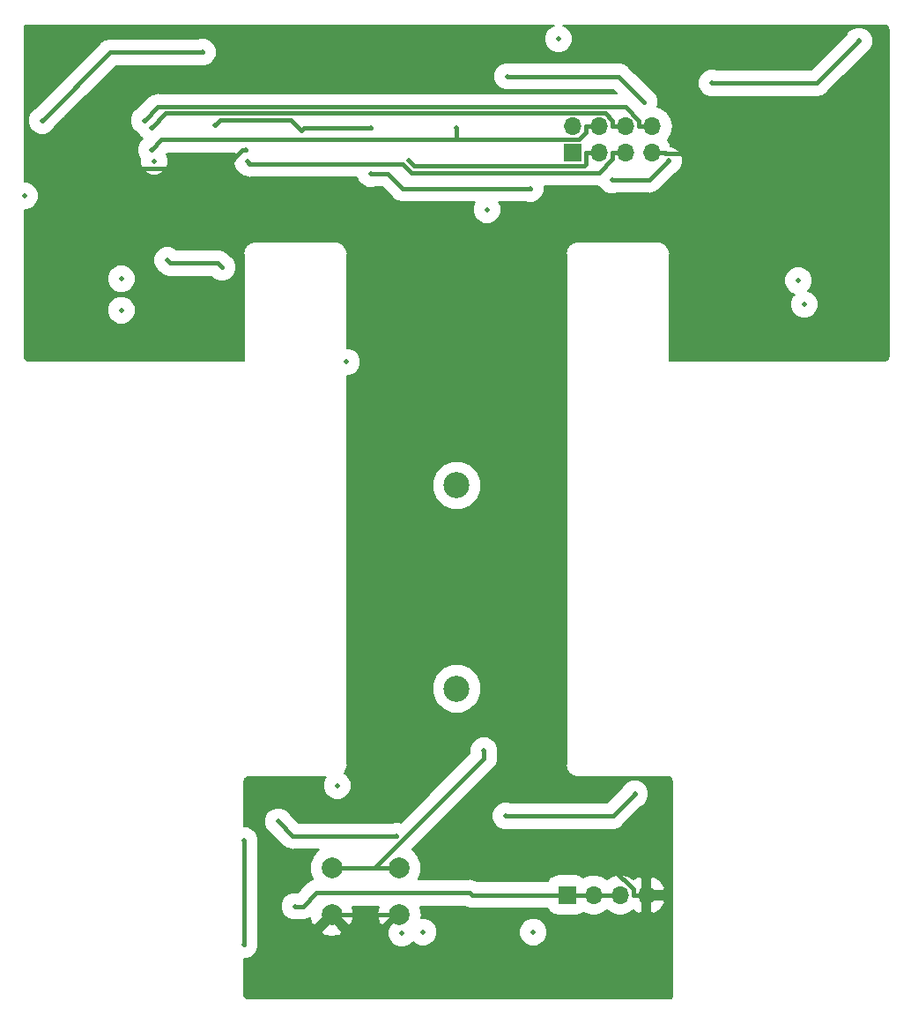
<source format=gbr>
G04 #@! TF.GenerationSoftware,KiCad,Pcbnew,(5.0.0)*
G04 #@! TF.CreationDate,2020-02-18T19:39:13-05:00*
G04 #@! TF.ProjectId,WS2812B Tiny T,575332383132422054696E7920542E6B,rev?*
G04 #@! TF.SameCoordinates,Original*
G04 #@! TF.FileFunction,Copper,L2,Bot,Signal*
G04 #@! TF.FilePolarity,Positive*
%FSLAX46Y46*%
G04 Gerber Fmt 4.6, Leading zero omitted, Abs format (unit mm)*
G04 Created by KiCad (PCBNEW (5.0.0)) date 02/18/20 19:39:13*
%MOMM*%
%LPD*%
G01*
G04 APERTURE LIST*
G04 #@! TA.AperFunction,ComponentPad*
%ADD10C,2.500000*%
G04 #@! TD*
G04 #@! TA.AperFunction,ComponentPad*
%ADD11O,1.700000X1.700000*%
G04 #@! TD*
G04 #@! TA.AperFunction,ComponentPad*
%ADD12R,1.700000X1.700000*%
G04 #@! TD*
G04 #@! TA.AperFunction,ComponentPad*
%ADD13C,2.000000*%
G04 #@! TD*
G04 #@! TA.AperFunction,ViaPad*
%ADD14C,0.500000*%
G04 #@! TD*
G04 #@! TA.AperFunction,Conductor*
%ADD15C,0.400000*%
G04 #@! TD*
G04 #@! TA.AperFunction,Conductor*
%ADD16C,0.200000*%
G04 #@! TD*
G04 APERTURE END LIST*
D10*
G04 #@! TO.P,J1,1*
G04 #@! TO.N,V-Switch*
X127512000Y-121412000D03*
G04 #@! TO.P,J1,2*
G04 #@! TO.N,+BATT*
X127512000Y-101912000D03*
G04 #@! TD*
D11*
G04 #@! TO.P,J2,4*
G04 #@! TO.N,GND*
X145732000Y-141222500D03*
G04 #@! TO.P,J2,3*
G04 #@! TO.N,V-Switch*
X143192000Y-141222500D03*
G04 #@! TO.P,J2,2*
X140652000Y-141222500D03*
D12*
G04 #@! TO.P,J2,1*
X138112000Y-141222500D03*
G04 #@! TD*
D13*
G04 #@! TO.P,SW1,1*
G04 #@! TO.N,BTN*
X122000000Y-138622500D03*
G04 #@! TO.P,SW1,2*
G04 #@! TO.N,GND*
X122000000Y-143122500D03*
G04 #@! TO.P,SW1,1*
G04 #@! TO.N,BTN*
X115500000Y-138622500D03*
G04 #@! TO.P,SW1,2*
G04 #@! TO.N,GND*
X115500000Y-143122500D03*
G04 #@! TD*
D11*
G04 #@! TO.P,J3,8*
G04 #@! TO.N,PB0*
X146300000Y-67453500D03*
G04 #@! TO.P,J3,7*
G04 #@! TO.N,GND*
X146300000Y-69993500D03*
G04 #@! TO.P,J3,6*
G04 #@! TO.N,DIN*
X143760000Y-67453500D03*
G04 #@! TO.P,J3,5*
G04 #@! TO.N,PB4*
X143760000Y-69993500D03*
G04 #@! TO.P,J3,4*
G04 #@! TO.N,BTN*
X141220000Y-67453500D03*
G04 #@! TO.P,J3,3*
G04 #@! TO.N,PB3*
X141220000Y-69993500D03*
G04 #@! TO.P,J3,2*
G04 #@! TO.N,+5V*
X138680000Y-67453500D03*
D12*
G04 #@! TO.P,J3,1*
G04 #@! TO.N,RST*
X138680000Y-69993500D03*
G04 #@! TD*
D14*
G04 #@! TO.N,GND*
X116225100Y-78067800D03*
X121955500Y-77972000D03*
X134531300Y-138692800D03*
X152047700Y-70009700D03*
X107251500Y-69723000D03*
X92011500Y-72707500D03*
X95707000Y-62242500D03*
X112585500Y-67818000D03*
X104267000Y-67310000D03*
X119253000Y-67564000D03*
X127800000Y-110100000D03*
X149000000Y-62000000D03*
X95600000Y-74700000D03*
X128800000Y-77300000D03*
G04 #@! TO.N,+5V*
X147889500Y-70724800D03*
X142424800Y-72576000D03*
X160326200Y-82232500D03*
X130401700Y-75425300D03*
X98440400Y-70777100D03*
X134874000Y-144770800D03*
X124268700Y-144767300D03*
X122237700Y-144907100D03*
X95270000Y-85077300D03*
X95270000Y-82080100D03*
X160906300Y-84518500D03*
X116931700Y-90055700D03*
X85951700Y-74104500D03*
X116027200Y-130712100D03*
X137273400Y-59042500D03*
X107101700Y-146000000D03*
X107101700Y-136000000D03*
G04 #@! TO.N,DIN*
X98179100Y-67549200D03*
G04 #@! TO.N,Net-(U4-Pad2)*
X103067500Y-60337300D03*
X87676300Y-66875700D03*
G04 #@! TO.N,Net-(U8-Pad2)*
X132397900Y-62628200D03*
X145535500Y-65088700D03*
G04 #@! TO.N,Net-(U10-Pad2)*
X166160800Y-59240000D03*
X152047700Y-63300500D03*
G04 #@! TO.N,Net-(U24-Pad2)*
X144618900Y-131522200D03*
X132217200Y-133637400D03*
G04 #@! TO.N,Net-(U30-Pad2)*
X121751400Y-135565400D03*
X110356800Y-134167800D03*
G04 #@! TO.N,BTN*
X130128100Y-127357400D03*
X127509500Y-67577200D03*
X98179100Y-69678300D03*
G04 #@! TO.N,Net-(U39-Pad2)*
X99720400Y-80302100D03*
X104952800Y-80962500D03*
G04 #@! TO.N,PB3*
X122938600Y-70749800D03*
G04 #@! TO.N,PB4*
X107378500Y-70802500D03*
G04 #@! TO.N,PB0*
X97498000Y-66864000D03*
G04 #@! TO.N,RST*
X119227600Y-71970900D03*
X134569200Y-73393300D03*
G04 #@! TO.N,V-Switch*
X111950000Y-142300000D03*
G04 #@! TD*
D15*
G04 #@! TO.N,GND*
X121955500Y-77972000D02*
X116320900Y-77972000D01*
X116320900Y-77972000D02*
X116225100Y-78067800D01*
X145732000Y-141222500D02*
X144471700Y-141222500D01*
X144471700Y-141222500D02*
X144471700Y-140671100D01*
X144471700Y-140671100D02*
X142493400Y-138692800D01*
X142493400Y-138692800D02*
X134531300Y-138692800D01*
X146300000Y-69993500D02*
X147560300Y-69993500D01*
X152047700Y-70009700D02*
X147576500Y-70009700D01*
X147576500Y-70009700D02*
X147560300Y-69993500D01*
X107251500Y-69723000D02*
X106897947Y-69723000D01*
X106897947Y-69723000D02*
X105183846Y-71437101D01*
X94043101Y-71437101D02*
X93281899Y-71437101D01*
X93281899Y-71437101D02*
X92011500Y-72707500D01*
X95707000Y-71386101D02*
X95758000Y-71437101D01*
X95707000Y-62242500D02*
X95707000Y-71386101D01*
X105183846Y-71437101D02*
X95758000Y-71437101D01*
X95758000Y-71437101D02*
X94043101Y-71437101D01*
X111552410Y-66784910D02*
X104792090Y-66784910D01*
X112585500Y-67818000D02*
X111552410Y-66784910D01*
X104792090Y-66784910D02*
X104267000Y-67310000D01*
X112839500Y-67564000D02*
X112585500Y-67818000D01*
X119253000Y-67564000D02*
X112839500Y-67564000D01*
X116914213Y-143122500D02*
X122000000Y-143122500D01*
X115500000Y-143122500D02*
X116914213Y-143122500D01*
G04 #@! TO.N,+5V*
X142424800Y-72576000D02*
X146038300Y-72576000D01*
X146038300Y-72576000D02*
X147889500Y-70724800D01*
X107101700Y-146000000D02*
X107101700Y-136000000D01*
G04 #@! TO.N,DIN*
X143760000Y-67453500D02*
X142499700Y-67453500D01*
X98179100Y-67549200D02*
X99553400Y-66174900D01*
X99553400Y-66174900D02*
X141743400Y-66174900D01*
X141743400Y-66174900D02*
X142499700Y-66931200D01*
X142499700Y-66931200D02*
X142499700Y-67453500D01*
G04 #@! TO.N,Net-(U4-Pad2)*
X87676300Y-66875700D02*
X94214700Y-60337300D01*
X94214700Y-60337300D02*
X103067500Y-60337300D01*
G04 #@! TO.N,Net-(U8-Pad2)*
X145535500Y-65088700D02*
X143075000Y-62628200D01*
X143075000Y-62628200D02*
X132397900Y-62628200D01*
G04 #@! TO.N,Net-(U10-Pad2)*
X152047700Y-63300500D02*
X162100300Y-63300500D01*
X162100300Y-63300500D02*
X166160800Y-59240000D01*
G04 #@! TO.N,Net-(U24-Pad2)*
X132217200Y-133637400D02*
X142503700Y-133637400D01*
X142503700Y-133637400D02*
X144618900Y-131522200D01*
G04 #@! TO.N,Net-(U30-Pad2)*
X110356800Y-134167800D02*
X111754400Y-135565400D01*
X111754400Y-135565400D02*
X121751400Y-135565400D01*
G04 #@! TO.N,BTN*
X119212000Y-138622500D02*
X119628100Y-138622500D01*
X119628100Y-138622500D02*
X130128100Y-128122500D01*
X130128100Y-128122500D02*
X130128100Y-127357400D01*
X127509500Y-68713800D02*
X99143600Y-68713800D01*
X99143600Y-68713800D02*
X98179100Y-69678300D01*
X139959700Y-67453500D02*
X139959700Y-68005000D01*
X139959700Y-68005000D02*
X139250900Y-68713800D01*
X139250900Y-68713800D02*
X127509500Y-68713800D01*
X127509500Y-68713800D02*
X127509500Y-67577200D01*
X141220000Y-67453500D02*
X139959700Y-67453500D01*
X122000000Y-138622500D02*
X115500000Y-138622500D01*
G04 #@! TO.N,Net-(U39-Pad2)*
X99970399Y-80552099D02*
X101341999Y-80552099D01*
X99720400Y-80302100D02*
X99970399Y-80552099D01*
X101341999Y-80552099D02*
X101346000Y-80556100D01*
X101346000Y-80556100D02*
X104546400Y-80556100D01*
X104546400Y-80556100D02*
X104952800Y-80962500D01*
G04 #@! TO.N,PB3*
X141220000Y-69993500D02*
X139959700Y-69993500D01*
X122938600Y-70749800D02*
X123442700Y-71253900D01*
X123442700Y-71253900D02*
X139775100Y-71253900D01*
X139775100Y-71253900D02*
X139959700Y-71069300D01*
X139959700Y-71069300D02*
X139959700Y-69993500D01*
G04 #@! TO.N,PB4*
X143760000Y-69993500D02*
X142499700Y-69993500D01*
X142499700Y-69993500D02*
X142499700Y-70544900D01*
X142499700Y-70544900D02*
X141158500Y-71886100D01*
X141158500Y-71886100D02*
X123124600Y-71886100D01*
X123124600Y-71886100D02*
X122278200Y-71039700D01*
X122278200Y-71039700D02*
X107615700Y-71039700D01*
X107615700Y-71039700D02*
X107378500Y-70802500D01*
G04 #@! TO.N,PB0*
X97498000Y-66864000D02*
X98799900Y-65562100D01*
X98799900Y-65562100D02*
X143699700Y-65562100D01*
X143699700Y-65562100D02*
X145039700Y-66902100D01*
X145039700Y-66902100D02*
X145039700Y-67453500D01*
X146300000Y-67453500D02*
X145039700Y-67453500D01*
G04 #@! TO.N,RST*
X119227600Y-71970900D02*
X120904000Y-71970900D01*
X120904000Y-71970900D02*
X122326400Y-73393300D01*
X122326400Y-73393300D02*
X134569200Y-73393300D01*
G04 #@! TO.N,V-Switch*
X140652000Y-141222500D02*
X143192000Y-141222500D01*
X138112000Y-141222500D02*
X140652000Y-141222500D01*
X111950000Y-142300000D02*
X112700000Y-142300000D01*
X112700000Y-142300000D02*
X114000000Y-141000000D01*
X114000000Y-141000000D02*
X128750000Y-141000000D01*
X128972500Y-141222500D02*
X138112000Y-141222500D01*
X128750000Y-141000000D02*
X128972500Y-141222500D01*
G04 #@! TD*
D16*
G04 #@! TO.N,GND*
G36*
X136508686Y-57898025D02*
X136128925Y-58277786D01*
X135923400Y-58773968D01*
X135923400Y-59311032D01*
X136128925Y-59807214D01*
X136508686Y-60186975D01*
X137004868Y-60392500D01*
X137541932Y-60392500D01*
X138038114Y-60186975D01*
X138417875Y-59807214D01*
X138623400Y-59311032D01*
X138623400Y-58773968D01*
X138417875Y-58277786D01*
X138038114Y-57898025D01*
X137689199Y-57753500D01*
X168558883Y-57753500D01*
X168763810Y-57787609D01*
X168859996Y-57839509D01*
X168934186Y-57919767D01*
X168987935Y-58041345D01*
X169005000Y-58176426D01*
X169005001Y-89501378D01*
X168970891Y-89706310D01*
X168918991Y-89802497D01*
X168838734Y-89876685D01*
X168717155Y-89930435D01*
X168582074Y-89947500D01*
X147987000Y-89947500D01*
X147987000Y-81963968D01*
X158976200Y-81963968D01*
X158976200Y-82501032D01*
X159181725Y-82997214D01*
X159561486Y-83376975D01*
X159969593Y-83546018D01*
X159761825Y-83753786D01*
X159556300Y-84249968D01*
X159556300Y-84787032D01*
X159761825Y-85283214D01*
X160141586Y-85662975D01*
X160637768Y-85868500D01*
X161174832Y-85868500D01*
X161671014Y-85662975D01*
X162050775Y-85283214D01*
X162256300Y-84787032D01*
X162256300Y-84249968D01*
X162050775Y-83753786D01*
X161671014Y-83374025D01*
X161262907Y-83204982D01*
X161470675Y-82997214D01*
X161676200Y-82501032D01*
X161676200Y-81963968D01*
X161470675Y-81467786D01*
X161090914Y-81088025D01*
X160594732Y-80882500D01*
X160057668Y-80882500D01*
X159561486Y-81088025D01*
X159181725Y-81467786D01*
X158976200Y-81963968D01*
X147987000Y-81963968D01*
X147987000Y-79808224D01*
X148010019Y-79692500D01*
X147918825Y-79234038D01*
X147659127Y-78845373D01*
X147270462Y-78585675D01*
X146927724Y-78517500D01*
X146812000Y-78494481D01*
X146696276Y-78517500D01*
X139307724Y-78517500D01*
X139192000Y-78494481D01*
X139076276Y-78517500D01*
X138733538Y-78585675D01*
X138344873Y-78845373D01*
X138085175Y-79234038D01*
X137993981Y-79692500D01*
X138017000Y-79808224D01*
X138017001Y-128598771D01*
X137993981Y-128714500D01*
X138085175Y-129172962D01*
X138344873Y-129561627D01*
X138733538Y-129821325D01*
X139076276Y-129889500D01*
X139192000Y-129912519D01*
X139307724Y-129889500D01*
X147730883Y-129889500D01*
X147935810Y-129923609D01*
X148031996Y-129975509D01*
X148106186Y-130055767D01*
X148159935Y-130177345D01*
X148177000Y-130312426D01*
X148177001Y-150963697D01*
X148154238Y-151092792D01*
X148140890Y-151115912D01*
X148120436Y-151133074D01*
X148046021Y-151160159D01*
X148030697Y-151161500D01*
X107539116Y-151161500D01*
X107334190Y-151127391D01*
X107238003Y-151075491D01*
X107163815Y-150995234D01*
X107110065Y-150873655D01*
X107093000Y-150738574D01*
X107093000Y-147350000D01*
X107370232Y-147350000D01*
X107866414Y-147144475D01*
X108246175Y-146764714D01*
X108451700Y-146268532D01*
X108451700Y-145731468D01*
X108401700Y-145610757D01*
X108401700Y-144694234D01*
X114493951Y-144694234D01*
X114587233Y-145059338D01*
X115397909Y-145261206D01*
X116224128Y-145137475D01*
X116412767Y-145059338D01*
X116506049Y-144694234D01*
X115500000Y-143688185D01*
X114493951Y-144694234D01*
X108401700Y-144694234D01*
X108401700Y-136389243D01*
X108451700Y-136268532D01*
X108451700Y-135731468D01*
X108246175Y-135235286D01*
X107866414Y-134855525D01*
X107370232Y-134650000D01*
X107093000Y-134650000D01*
X107093000Y-133899268D01*
X109006800Y-133899268D01*
X109006800Y-134436332D01*
X109212325Y-134932514D01*
X109592086Y-135312275D01*
X109712800Y-135362276D01*
X110744626Y-136394102D01*
X110817153Y-136502647D01*
X111247165Y-136789973D01*
X111626363Y-136865400D01*
X111626367Y-136865400D01*
X111754400Y-136890867D01*
X111882433Y-136865400D01*
X114287252Y-136865400D01*
X113719706Y-137432946D01*
X113400000Y-138204784D01*
X113400000Y-139040216D01*
X113688415Y-139736510D01*
X113492765Y-139775427D01*
X113062753Y-140062753D01*
X112990226Y-140171298D01*
X112211524Y-140950000D01*
X111681468Y-140950000D01*
X111185286Y-141155525D01*
X110805525Y-141535286D01*
X110600000Y-142031468D01*
X110600000Y-142568532D01*
X110805525Y-143064714D01*
X111185286Y-143444475D01*
X111681468Y-143650000D01*
X112218532Y-143650000D01*
X112339243Y-143600000D01*
X112571967Y-143600000D01*
X112700000Y-143625467D01*
X112828033Y-143600000D01*
X112828037Y-143600000D01*
X113207235Y-143524573D01*
X113415914Y-143385137D01*
X113485025Y-143846628D01*
X113563162Y-144035267D01*
X113928266Y-144128549D01*
X114934315Y-143122500D01*
X114920173Y-143108358D01*
X115485858Y-142542673D01*
X115500000Y-142556815D01*
X115514143Y-142542673D01*
X116079828Y-143108358D01*
X116065685Y-143122500D01*
X117071734Y-144128549D01*
X117436838Y-144035267D01*
X117638706Y-143224591D01*
X117514975Y-142398372D01*
X117474228Y-142300000D01*
X120040684Y-142300000D01*
X119861294Y-143020409D01*
X119985025Y-143846628D01*
X120063162Y-144035267D01*
X120428266Y-144128549D01*
X121434315Y-143122500D01*
X121420173Y-143108358D01*
X121985858Y-142542673D01*
X122000000Y-142556815D01*
X122014143Y-142542673D01*
X122579828Y-143108358D01*
X122565685Y-143122500D01*
X122579828Y-143136643D01*
X122159370Y-143557100D01*
X121969168Y-143557100D01*
X121472986Y-143762625D01*
X121093225Y-144142386D01*
X120887700Y-144638568D01*
X120887700Y-145175632D01*
X121093225Y-145671814D01*
X121472986Y-146051575D01*
X121969168Y-146257100D01*
X122506232Y-146257100D01*
X123002414Y-146051575D01*
X123323100Y-145730889D01*
X123503986Y-145911775D01*
X124000168Y-146117300D01*
X124537232Y-146117300D01*
X125033414Y-145911775D01*
X125413175Y-145532014D01*
X125618700Y-145035832D01*
X125618700Y-144502268D01*
X133524000Y-144502268D01*
X133524000Y-145039332D01*
X133729525Y-145535514D01*
X134109286Y-145915275D01*
X134605468Y-146120800D01*
X135142532Y-146120800D01*
X135638714Y-145915275D01*
X136018475Y-145535514D01*
X136224000Y-145039332D01*
X136224000Y-144502268D01*
X136018475Y-144006086D01*
X135638714Y-143626325D01*
X135142532Y-143420800D01*
X134605468Y-143420800D01*
X134109286Y-143626325D01*
X133729525Y-144006086D01*
X133524000Y-144502268D01*
X125618700Y-144502268D01*
X125618700Y-144498768D01*
X125413175Y-144002586D01*
X125033414Y-143622825D01*
X124537232Y-143417300D01*
X124090719Y-143417300D01*
X124138706Y-143224591D01*
X124014975Y-142398372D01*
X123974228Y-142300000D01*
X128245156Y-142300000D01*
X128465265Y-142447073D01*
X128844463Y-142522500D01*
X128844467Y-142522500D01*
X128972500Y-142547967D01*
X129100533Y-142522500D01*
X136239722Y-142522500D01*
X136468944Y-142865556D01*
X136832801Y-143108677D01*
X137262000Y-143194050D01*
X138962000Y-143194050D01*
X139391199Y-143108677D01*
X139678079Y-142916991D01*
X139891148Y-143059359D01*
X140459946Y-143172500D01*
X140844054Y-143172500D01*
X141412852Y-143059359D01*
X141922000Y-142719157D01*
X142431148Y-143059359D01*
X142999946Y-143172500D01*
X143384054Y-143172500D01*
X143952852Y-143059359D01*
X144500379Y-142693513D01*
X144933785Y-143001669D01*
X145038364Y-143044962D01*
X145332000Y-142849038D01*
X145332000Y-141622500D01*
X146132000Y-141622500D01*
X146132000Y-142849038D01*
X146425636Y-143044962D01*
X146530215Y-143001669D01*
X147150313Y-142560774D01*
X147554486Y-141916139D01*
X147365557Y-141622500D01*
X146132000Y-141622500D01*
X145332000Y-141622500D01*
X145312000Y-141622500D01*
X145312000Y-140822500D01*
X145332000Y-140822500D01*
X145332000Y-139595962D01*
X146132000Y-139595962D01*
X146132000Y-140822500D01*
X147365557Y-140822500D01*
X147554486Y-140528861D01*
X147150313Y-139884226D01*
X146530215Y-139443331D01*
X146425636Y-139400038D01*
X146132000Y-139595962D01*
X145332000Y-139595962D01*
X145038364Y-139400038D01*
X144933785Y-139443331D01*
X144500379Y-139751487D01*
X143952852Y-139385641D01*
X143384054Y-139272500D01*
X142999946Y-139272500D01*
X142431148Y-139385641D01*
X141922000Y-139725843D01*
X141412852Y-139385641D01*
X140844054Y-139272500D01*
X140459946Y-139272500D01*
X139891148Y-139385641D01*
X139678079Y-139528009D01*
X139391199Y-139336323D01*
X138962000Y-139250950D01*
X137262000Y-139250950D01*
X136832801Y-139336323D01*
X136468944Y-139579444D01*
X136239722Y-139922500D01*
X129477344Y-139922500D01*
X129257235Y-139775427D01*
X128878037Y-139700000D01*
X128878033Y-139700000D01*
X128750000Y-139674533D01*
X128621967Y-139700000D01*
X123826708Y-139700000D01*
X124100000Y-139040216D01*
X124100000Y-138204784D01*
X123780294Y-137432946D01*
X123218212Y-136870864D01*
X126720208Y-133368868D01*
X130867200Y-133368868D01*
X130867200Y-133905932D01*
X131072725Y-134402114D01*
X131452486Y-134781875D01*
X131948668Y-134987400D01*
X132485732Y-134987400D01*
X132606443Y-134937400D01*
X142375667Y-134937400D01*
X142503700Y-134962867D01*
X142631733Y-134937400D01*
X142631737Y-134937400D01*
X143010935Y-134861973D01*
X143440947Y-134574647D01*
X143513476Y-134466100D01*
X145262901Y-132716676D01*
X145383614Y-132666675D01*
X145763375Y-132286914D01*
X145968900Y-131790732D01*
X145968900Y-131253668D01*
X145763375Y-130757486D01*
X145383614Y-130377725D01*
X144887432Y-130172200D01*
X144350368Y-130172200D01*
X143854186Y-130377725D01*
X143474425Y-130757486D01*
X143424424Y-130878199D01*
X141965224Y-132337400D01*
X132606443Y-132337400D01*
X132485732Y-132287400D01*
X131948668Y-132287400D01*
X131452486Y-132492925D01*
X131072725Y-132872686D01*
X130867200Y-133368868D01*
X126720208Y-133368868D01*
X130956806Y-129132272D01*
X131065347Y-129059747D01*
X131137872Y-128951206D01*
X131137874Y-128951204D01*
X131267142Y-128757740D01*
X131352673Y-128629735D01*
X131428100Y-128250537D01*
X131428100Y-128250532D01*
X131453567Y-128122501D01*
X131428100Y-127994469D01*
X131428100Y-127746643D01*
X131478100Y-127625932D01*
X131478100Y-127088868D01*
X131272575Y-126592686D01*
X130892814Y-126212925D01*
X130396632Y-126007400D01*
X129859568Y-126007400D01*
X129363386Y-126212925D01*
X128983625Y-126592686D01*
X128778100Y-127088868D01*
X128778100Y-127625932D01*
X128780470Y-127631653D01*
X122144942Y-134267181D01*
X122019932Y-134215400D01*
X121482868Y-134215400D01*
X121362157Y-134265400D01*
X112292877Y-134265400D01*
X111551276Y-133523800D01*
X111501275Y-133403086D01*
X111121514Y-133023325D01*
X110625332Y-132817800D01*
X110088268Y-132817800D01*
X109592086Y-133023325D01*
X109212325Y-133403086D01*
X109006800Y-133899268D01*
X107093000Y-133899268D01*
X107093000Y-130335617D01*
X107127109Y-130130690D01*
X107179009Y-130034504D01*
X107259267Y-129960314D01*
X107380845Y-129906565D01*
X107515926Y-129889500D01*
X114940611Y-129889500D01*
X114882725Y-129947386D01*
X114677200Y-130443568D01*
X114677200Y-130980632D01*
X114882725Y-131476814D01*
X115262486Y-131856575D01*
X115758668Y-132062100D01*
X116295732Y-132062100D01*
X116791914Y-131856575D01*
X117171675Y-131476814D01*
X117377200Y-130980632D01*
X117377200Y-130443568D01*
X117171675Y-129947386D01*
X116791914Y-129567625D01*
X116694171Y-129527139D01*
X116930825Y-129172962D01*
X117022019Y-128714500D01*
X116999000Y-128598776D01*
X116999000Y-120944556D01*
X125162000Y-120944556D01*
X125162000Y-121879444D01*
X125519766Y-122743168D01*
X126180832Y-123404234D01*
X127044556Y-123762000D01*
X127979444Y-123762000D01*
X128843168Y-123404234D01*
X129504234Y-122743168D01*
X129862000Y-121879444D01*
X129862000Y-120944556D01*
X129504234Y-120080832D01*
X128843168Y-119419766D01*
X127979444Y-119062000D01*
X127044556Y-119062000D01*
X126180832Y-119419766D01*
X125519766Y-120080832D01*
X125162000Y-120944556D01*
X116999000Y-120944556D01*
X116999000Y-101444556D01*
X125162000Y-101444556D01*
X125162000Y-102379444D01*
X125519766Y-103243168D01*
X126180832Y-103904234D01*
X127044556Y-104262000D01*
X127979444Y-104262000D01*
X128843168Y-103904234D01*
X129504234Y-103243168D01*
X129862000Y-102379444D01*
X129862000Y-101444556D01*
X129504234Y-100580832D01*
X128843168Y-99919766D01*
X127979444Y-99562000D01*
X127044556Y-99562000D01*
X126180832Y-99919766D01*
X125519766Y-100580832D01*
X125162000Y-101444556D01*
X116999000Y-101444556D01*
X116999000Y-91405700D01*
X117200232Y-91405700D01*
X117696414Y-91200175D01*
X118076175Y-90820414D01*
X118281700Y-90324232D01*
X118281700Y-89787168D01*
X118076175Y-89290986D01*
X117696414Y-88911225D01*
X117200232Y-88705700D01*
X116999000Y-88705700D01*
X116999000Y-79808224D01*
X117022019Y-79692500D01*
X116930825Y-79234038D01*
X116671127Y-78845373D01*
X116282462Y-78585675D01*
X115939724Y-78517500D01*
X115824000Y-78494481D01*
X115708276Y-78517500D01*
X108319724Y-78517500D01*
X108204000Y-78494481D01*
X108088276Y-78517500D01*
X107745538Y-78585675D01*
X107356873Y-78845373D01*
X107097175Y-79234038D01*
X107005981Y-79692500D01*
X107029000Y-79808224D01*
X107029001Y-89947500D01*
X86457116Y-89947500D01*
X86252190Y-89913391D01*
X86156003Y-89861491D01*
X86081815Y-89781234D01*
X86028065Y-89659655D01*
X86011000Y-89524574D01*
X86011000Y-84808768D01*
X93920000Y-84808768D01*
X93920000Y-85345832D01*
X94125525Y-85842014D01*
X94505286Y-86221775D01*
X95001468Y-86427300D01*
X95538532Y-86427300D01*
X96034714Y-86221775D01*
X96414475Y-85842014D01*
X96620000Y-85345832D01*
X96620000Y-84808768D01*
X96414475Y-84312586D01*
X96034714Y-83932825D01*
X95538532Y-83727300D01*
X95001468Y-83727300D01*
X94505286Y-83932825D01*
X94125525Y-84312586D01*
X93920000Y-84808768D01*
X86011000Y-84808768D01*
X86011000Y-81811568D01*
X93920000Y-81811568D01*
X93920000Y-82348632D01*
X94125525Y-82844814D01*
X94505286Y-83224575D01*
X95001468Y-83430100D01*
X95538532Y-83430100D01*
X96034714Y-83224575D01*
X96414475Y-82844814D01*
X96620000Y-82348632D01*
X96620000Y-81811568D01*
X96414475Y-81315386D01*
X96034714Y-80935625D01*
X95538532Y-80730100D01*
X95001468Y-80730100D01*
X94505286Y-80935625D01*
X94125525Y-81315386D01*
X93920000Y-81811568D01*
X86011000Y-81811568D01*
X86011000Y-80033568D01*
X98370400Y-80033568D01*
X98370400Y-80570632D01*
X98575925Y-81066814D01*
X98955686Y-81446575D01*
X99023282Y-81474574D01*
X99033152Y-81489346D01*
X99463164Y-81776672D01*
X99842362Y-81852099D01*
X99842366Y-81852099D01*
X99970399Y-81877566D01*
X100098432Y-81852099D01*
X101197849Y-81852099D01*
X101217963Y-81856100D01*
X101217968Y-81856100D01*
X101345999Y-81881567D01*
X101474031Y-81856100D01*
X103937211Y-81856100D01*
X104188086Y-82106975D01*
X104684268Y-82312500D01*
X105221332Y-82312500D01*
X105717514Y-82106975D01*
X106097275Y-81727214D01*
X106302800Y-81231032D01*
X106302800Y-80693968D01*
X106097275Y-80197786D01*
X105717514Y-79818025D01*
X105596800Y-79768024D01*
X105556176Y-79727399D01*
X105483647Y-79618853D01*
X105053635Y-79331527D01*
X104674437Y-79256100D01*
X104674433Y-79256100D01*
X104546400Y-79230633D01*
X104418367Y-79256100D01*
X101490150Y-79256100D01*
X101470036Y-79252099D01*
X101470032Y-79252099D01*
X101341999Y-79226632D01*
X101213966Y-79252099D01*
X100579588Y-79252099D01*
X100485114Y-79157625D01*
X99988932Y-78952100D01*
X99451868Y-78952100D01*
X98955686Y-79157625D01*
X98575925Y-79537386D01*
X98370400Y-80033568D01*
X86011000Y-80033568D01*
X86011000Y-75454500D01*
X86220232Y-75454500D01*
X86716414Y-75248975D01*
X87096175Y-74869214D01*
X87301700Y-74373032D01*
X87301700Y-73835968D01*
X87096175Y-73339786D01*
X86716414Y-72960025D01*
X86220232Y-72754500D01*
X86011000Y-72754500D01*
X86011000Y-66607168D01*
X86326300Y-66607168D01*
X86326300Y-67144232D01*
X86531825Y-67640414D01*
X86911586Y-68020175D01*
X87407768Y-68225700D01*
X87944832Y-68225700D01*
X88441014Y-68020175D01*
X88820775Y-67640414D01*
X88870776Y-67519700D01*
X89795008Y-66595468D01*
X96148000Y-66595468D01*
X96148000Y-67132532D01*
X96353525Y-67628714D01*
X96733286Y-68008475D01*
X96944315Y-68095886D01*
X97034625Y-68313914D01*
X97334461Y-68613750D01*
X97034625Y-68913586D01*
X96829100Y-69409768D01*
X96829100Y-69946832D01*
X97034625Y-70443014D01*
X97093264Y-70501653D01*
X97090400Y-70508568D01*
X97090400Y-71045632D01*
X97295925Y-71541814D01*
X97675686Y-71921575D01*
X98171868Y-72127100D01*
X98708932Y-72127100D01*
X99205114Y-71921575D01*
X99584875Y-71541814D01*
X99790400Y-71045632D01*
X99790400Y-70508568D01*
X99613759Y-70082118D01*
X99682077Y-70013800D01*
X106258011Y-70013800D01*
X106234025Y-70037786D01*
X106028500Y-70533968D01*
X106028500Y-71071032D01*
X106234025Y-71567214D01*
X106613786Y-71946975D01*
X106675509Y-71972542D01*
X106678453Y-71976947D01*
X107108465Y-72264273D01*
X107487663Y-72339700D01*
X107487668Y-72339700D01*
X107615699Y-72365167D01*
X107743731Y-72339700D01*
X117919132Y-72339700D01*
X118083125Y-72735614D01*
X118462886Y-73115375D01*
X118959068Y-73320900D01*
X119496132Y-73320900D01*
X119616843Y-73270900D01*
X120365523Y-73270900D01*
X121316627Y-74222005D01*
X121389153Y-74330547D01*
X121497694Y-74403072D01*
X121497696Y-74403074D01*
X121617160Y-74482897D01*
X121819165Y-74617873D01*
X122198363Y-74693300D01*
X122198368Y-74693300D01*
X122326399Y-74718767D01*
X122454431Y-74693300D01*
X129243674Y-74693300D01*
X129051700Y-75156768D01*
X129051700Y-75693832D01*
X129257225Y-76190014D01*
X129636986Y-76569775D01*
X130133168Y-76775300D01*
X130670232Y-76775300D01*
X131166414Y-76569775D01*
X131546175Y-76190014D01*
X131751700Y-75693832D01*
X131751700Y-75156768D01*
X131559726Y-74693300D01*
X134179957Y-74693300D01*
X134300668Y-74743300D01*
X134837732Y-74743300D01*
X135333914Y-74537775D01*
X135713675Y-74158014D01*
X135919200Y-73661832D01*
X135919200Y-73186100D01*
X141030467Y-73186100D01*
X141158500Y-73211567D01*
X141221629Y-73199010D01*
X141280325Y-73340714D01*
X141660086Y-73720475D01*
X142156268Y-73926000D01*
X142693332Y-73926000D01*
X142814043Y-73876000D01*
X145910267Y-73876000D01*
X146038300Y-73901467D01*
X146166333Y-73876000D01*
X146166337Y-73876000D01*
X146545535Y-73800573D01*
X146975547Y-73513247D01*
X147048076Y-73404700D01*
X148533502Y-71919275D01*
X148654214Y-71869275D01*
X149033975Y-71489514D01*
X149239500Y-70993332D01*
X149239500Y-70456268D01*
X149033975Y-69960086D01*
X148654214Y-69580325D01*
X148158032Y-69374800D01*
X148074270Y-69374800D01*
X148122486Y-69299861D01*
X147778323Y-68750939D01*
X148136859Y-68214352D01*
X148288202Y-67453500D01*
X148136859Y-66692648D01*
X147705871Y-66047629D01*
X147060852Y-65616641D01*
X146799576Y-65564670D01*
X146885500Y-65357232D01*
X146885500Y-64820168D01*
X146679975Y-64323986D01*
X146300214Y-63944225D01*
X146179502Y-63894225D01*
X145317245Y-63031968D01*
X150697700Y-63031968D01*
X150697700Y-63569032D01*
X150903225Y-64065214D01*
X151282986Y-64444975D01*
X151779168Y-64650500D01*
X152316232Y-64650500D01*
X152436943Y-64600500D01*
X161972267Y-64600500D01*
X162100300Y-64625967D01*
X162228333Y-64600500D01*
X162228337Y-64600500D01*
X162607535Y-64525073D01*
X163037547Y-64237747D01*
X163110076Y-64129200D01*
X166804803Y-60434475D01*
X166925514Y-60384475D01*
X167305275Y-60004714D01*
X167510800Y-59508532D01*
X167510800Y-58971468D01*
X167305275Y-58475286D01*
X166925514Y-58095525D01*
X166429332Y-57890000D01*
X165892268Y-57890000D01*
X165396086Y-58095525D01*
X165016325Y-58475286D01*
X164966325Y-58595997D01*
X161561824Y-62000500D01*
X152436943Y-62000500D01*
X152316232Y-61950500D01*
X151779168Y-61950500D01*
X151282986Y-62156025D01*
X150903225Y-62535786D01*
X150697700Y-63031968D01*
X145317245Y-63031968D01*
X144084776Y-61799500D01*
X144012247Y-61690953D01*
X143582235Y-61403627D01*
X143203037Y-61328200D01*
X143203033Y-61328200D01*
X143075000Y-61302733D01*
X142946967Y-61328200D01*
X132787143Y-61328200D01*
X132666432Y-61278200D01*
X132129368Y-61278200D01*
X131633186Y-61483725D01*
X131253425Y-61863486D01*
X131047900Y-62359668D01*
X131047900Y-62896732D01*
X131253425Y-63392914D01*
X131633186Y-63772675D01*
X132129368Y-63978200D01*
X132666432Y-63978200D01*
X132787143Y-63928200D01*
X142536524Y-63928200D01*
X142870423Y-64262100D01*
X98927933Y-64262100D01*
X98799900Y-64236633D01*
X98671867Y-64262100D01*
X98671863Y-64262100D01*
X98292665Y-64337527D01*
X97862653Y-64624853D01*
X97790126Y-64733398D01*
X96854000Y-65669524D01*
X96733286Y-65719525D01*
X96353525Y-66099286D01*
X96148000Y-66595468D01*
X89795008Y-66595468D01*
X94753177Y-61637300D01*
X102678257Y-61637300D01*
X102798968Y-61687300D01*
X103336032Y-61687300D01*
X103832214Y-61481775D01*
X104211975Y-61102014D01*
X104417500Y-60605832D01*
X104417500Y-60068768D01*
X104211975Y-59572586D01*
X103832214Y-59192825D01*
X103336032Y-58987300D01*
X102798968Y-58987300D01*
X102678257Y-59037300D01*
X94342733Y-59037300D01*
X94214700Y-59011833D01*
X94086667Y-59037300D01*
X94086663Y-59037300D01*
X93707465Y-59112727D01*
X93277453Y-59400053D01*
X93204926Y-59508597D01*
X87032300Y-65681224D01*
X86911586Y-65731225D01*
X86531825Y-66110986D01*
X86326300Y-66607168D01*
X86011000Y-66607168D01*
X86011000Y-57753500D01*
X136857601Y-57753500D01*
X136508686Y-57898025D01*
X136508686Y-57898025D01*
G37*
X136508686Y-57898025D02*
X136128925Y-58277786D01*
X135923400Y-58773968D01*
X135923400Y-59311032D01*
X136128925Y-59807214D01*
X136508686Y-60186975D01*
X137004868Y-60392500D01*
X137541932Y-60392500D01*
X138038114Y-60186975D01*
X138417875Y-59807214D01*
X138623400Y-59311032D01*
X138623400Y-58773968D01*
X138417875Y-58277786D01*
X138038114Y-57898025D01*
X137689199Y-57753500D01*
X168558883Y-57753500D01*
X168763810Y-57787609D01*
X168859996Y-57839509D01*
X168934186Y-57919767D01*
X168987935Y-58041345D01*
X169005000Y-58176426D01*
X169005001Y-89501378D01*
X168970891Y-89706310D01*
X168918991Y-89802497D01*
X168838734Y-89876685D01*
X168717155Y-89930435D01*
X168582074Y-89947500D01*
X147987000Y-89947500D01*
X147987000Y-81963968D01*
X158976200Y-81963968D01*
X158976200Y-82501032D01*
X159181725Y-82997214D01*
X159561486Y-83376975D01*
X159969593Y-83546018D01*
X159761825Y-83753786D01*
X159556300Y-84249968D01*
X159556300Y-84787032D01*
X159761825Y-85283214D01*
X160141586Y-85662975D01*
X160637768Y-85868500D01*
X161174832Y-85868500D01*
X161671014Y-85662975D01*
X162050775Y-85283214D01*
X162256300Y-84787032D01*
X162256300Y-84249968D01*
X162050775Y-83753786D01*
X161671014Y-83374025D01*
X161262907Y-83204982D01*
X161470675Y-82997214D01*
X161676200Y-82501032D01*
X161676200Y-81963968D01*
X161470675Y-81467786D01*
X161090914Y-81088025D01*
X160594732Y-80882500D01*
X160057668Y-80882500D01*
X159561486Y-81088025D01*
X159181725Y-81467786D01*
X158976200Y-81963968D01*
X147987000Y-81963968D01*
X147987000Y-79808224D01*
X148010019Y-79692500D01*
X147918825Y-79234038D01*
X147659127Y-78845373D01*
X147270462Y-78585675D01*
X146927724Y-78517500D01*
X146812000Y-78494481D01*
X146696276Y-78517500D01*
X139307724Y-78517500D01*
X139192000Y-78494481D01*
X139076276Y-78517500D01*
X138733538Y-78585675D01*
X138344873Y-78845373D01*
X138085175Y-79234038D01*
X137993981Y-79692500D01*
X138017000Y-79808224D01*
X138017001Y-128598771D01*
X137993981Y-128714500D01*
X138085175Y-129172962D01*
X138344873Y-129561627D01*
X138733538Y-129821325D01*
X139076276Y-129889500D01*
X139192000Y-129912519D01*
X139307724Y-129889500D01*
X147730883Y-129889500D01*
X147935810Y-129923609D01*
X148031996Y-129975509D01*
X148106186Y-130055767D01*
X148159935Y-130177345D01*
X148177000Y-130312426D01*
X148177001Y-150963697D01*
X148154238Y-151092792D01*
X148140890Y-151115912D01*
X148120436Y-151133074D01*
X148046021Y-151160159D01*
X148030697Y-151161500D01*
X107539116Y-151161500D01*
X107334190Y-151127391D01*
X107238003Y-151075491D01*
X107163815Y-150995234D01*
X107110065Y-150873655D01*
X107093000Y-150738574D01*
X107093000Y-147350000D01*
X107370232Y-147350000D01*
X107866414Y-147144475D01*
X108246175Y-146764714D01*
X108451700Y-146268532D01*
X108451700Y-145731468D01*
X108401700Y-145610757D01*
X108401700Y-144694234D01*
X114493951Y-144694234D01*
X114587233Y-145059338D01*
X115397909Y-145261206D01*
X116224128Y-145137475D01*
X116412767Y-145059338D01*
X116506049Y-144694234D01*
X115500000Y-143688185D01*
X114493951Y-144694234D01*
X108401700Y-144694234D01*
X108401700Y-136389243D01*
X108451700Y-136268532D01*
X108451700Y-135731468D01*
X108246175Y-135235286D01*
X107866414Y-134855525D01*
X107370232Y-134650000D01*
X107093000Y-134650000D01*
X107093000Y-133899268D01*
X109006800Y-133899268D01*
X109006800Y-134436332D01*
X109212325Y-134932514D01*
X109592086Y-135312275D01*
X109712800Y-135362276D01*
X110744626Y-136394102D01*
X110817153Y-136502647D01*
X111247165Y-136789973D01*
X111626363Y-136865400D01*
X111626367Y-136865400D01*
X111754400Y-136890867D01*
X111882433Y-136865400D01*
X114287252Y-136865400D01*
X113719706Y-137432946D01*
X113400000Y-138204784D01*
X113400000Y-139040216D01*
X113688415Y-139736510D01*
X113492765Y-139775427D01*
X113062753Y-140062753D01*
X112990226Y-140171298D01*
X112211524Y-140950000D01*
X111681468Y-140950000D01*
X111185286Y-141155525D01*
X110805525Y-141535286D01*
X110600000Y-142031468D01*
X110600000Y-142568532D01*
X110805525Y-143064714D01*
X111185286Y-143444475D01*
X111681468Y-143650000D01*
X112218532Y-143650000D01*
X112339243Y-143600000D01*
X112571967Y-143600000D01*
X112700000Y-143625467D01*
X112828033Y-143600000D01*
X112828037Y-143600000D01*
X113207235Y-143524573D01*
X113415914Y-143385137D01*
X113485025Y-143846628D01*
X113563162Y-144035267D01*
X113928266Y-144128549D01*
X114934315Y-143122500D01*
X114920173Y-143108358D01*
X115485858Y-142542673D01*
X115500000Y-142556815D01*
X115514143Y-142542673D01*
X116079828Y-143108358D01*
X116065685Y-143122500D01*
X117071734Y-144128549D01*
X117436838Y-144035267D01*
X117638706Y-143224591D01*
X117514975Y-142398372D01*
X117474228Y-142300000D01*
X120040684Y-142300000D01*
X119861294Y-143020409D01*
X119985025Y-143846628D01*
X120063162Y-144035267D01*
X120428266Y-144128549D01*
X121434315Y-143122500D01*
X121420173Y-143108358D01*
X121985858Y-142542673D01*
X122000000Y-142556815D01*
X122014143Y-142542673D01*
X122579828Y-143108358D01*
X122565685Y-143122500D01*
X122579828Y-143136643D01*
X122159370Y-143557100D01*
X121969168Y-143557100D01*
X121472986Y-143762625D01*
X121093225Y-144142386D01*
X120887700Y-144638568D01*
X120887700Y-145175632D01*
X121093225Y-145671814D01*
X121472986Y-146051575D01*
X121969168Y-146257100D01*
X122506232Y-146257100D01*
X123002414Y-146051575D01*
X123323100Y-145730889D01*
X123503986Y-145911775D01*
X124000168Y-146117300D01*
X124537232Y-146117300D01*
X125033414Y-145911775D01*
X125413175Y-145532014D01*
X125618700Y-145035832D01*
X125618700Y-144502268D01*
X133524000Y-144502268D01*
X133524000Y-145039332D01*
X133729525Y-145535514D01*
X134109286Y-145915275D01*
X134605468Y-146120800D01*
X135142532Y-146120800D01*
X135638714Y-145915275D01*
X136018475Y-145535514D01*
X136224000Y-145039332D01*
X136224000Y-144502268D01*
X136018475Y-144006086D01*
X135638714Y-143626325D01*
X135142532Y-143420800D01*
X134605468Y-143420800D01*
X134109286Y-143626325D01*
X133729525Y-144006086D01*
X133524000Y-144502268D01*
X125618700Y-144502268D01*
X125618700Y-144498768D01*
X125413175Y-144002586D01*
X125033414Y-143622825D01*
X124537232Y-143417300D01*
X124090719Y-143417300D01*
X124138706Y-143224591D01*
X124014975Y-142398372D01*
X123974228Y-142300000D01*
X128245156Y-142300000D01*
X128465265Y-142447073D01*
X128844463Y-142522500D01*
X128844467Y-142522500D01*
X128972500Y-142547967D01*
X129100533Y-142522500D01*
X136239722Y-142522500D01*
X136468944Y-142865556D01*
X136832801Y-143108677D01*
X137262000Y-143194050D01*
X138962000Y-143194050D01*
X139391199Y-143108677D01*
X139678079Y-142916991D01*
X139891148Y-143059359D01*
X140459946Y-143172500D01*
X140844054Y-143172500D01*
X141412852Y-143059359D01*
X141922000Y-142719157D01*
X142431148Y-143059359D01*
X142999946Y-143172500D01*
X143384054Y-143172500D01*
X143952852Y-143059359D01*
X144500379Y-142693513D01*
X144933785Y-143001669D01*
X145038364Y-143044962D01*
X145332000Y-142849038D01*
X145332000Y-141622500D01*
X146132000Y-141622500D01*
X146132000Y-142849038D01*
X146425636Y-143044962D01*
X146530215Y-143001669D01*
X147150313Y-142560774D01*
X147554486Y-141916139D01*
X147365557Y-141622500D01*
X146132000Y-141622500D01*
X145332000Y-141622500D01*
X145312000Y-141622500D01*
X145312000Y-140822500D01*
X145332000Y-140822500D01*
X145332000Y-139595962D01*
X146132000Y-139595962D01*
X146132000Y-140822500D01*
X147365557Y-140822500D01*
X147554486Y-140528861D01*
X147150313Y-139884226D01*
X146530215Y-139443331D01*
X146425636Y-139400038D01*
X146132000Y-139595962D01*
X145332000Y-139595962D01*
X145038364Y-139400038D01*
X144933785Y-139443331D01*
X144500379Y-139751487D01*
X143952852Y-139385641D01*
X143384054Y-139272500D01*
X142999946Y-139272500D01*
X142431148Y-139385641D01*
X141922000Y-139725843D01*
X141412852Y-139385641D01*
X140844054Y-139272500D01*
X140459946Y-139272500D01*
X139891148Y-139385641D01*
X139678079Y-139528009D01*
X139391199Y-139336323D01*
X138962000Y-139250950D01*
X137262000Y-139250950D01*
X136832801Y-139336323D01*
X136468944Y-139579444D01*
X136239722Y-139922500D01*
X129477344Y-139922500D01*
X129257235Y-139775427D01*
X128878037Y-139700000D01*
X128878033Y-139700000D01*
X128750000Y-139674533D01*
X128621967Y-139700000D01*
X123826708Y-139700000D01*
X124100000Y-139040216D01*
X124100000Y-138204784D01*
X123780294Y-137432946D01*
X123218212Y-136870864D01*
X126720208Y-133368868D01*
X130867200Y-133368868D01*
X130867200Y-133905932D01*
X131072725Y-134402114D01*
X131452486Y-134781875D01*
X131948668Y-134987400D01*
X132485732Y-134987400D01*
X132606443Y-134937400D01*
X142375667Y-134937400D01*
X142503700Y-134962867D01*
X142631733Y-134937400D01*
X142631737Y-134937400D01*
X143010935Y-134861973D01*
X143440947Y-134574647D01*
X143513476Y-134466100D01*
X145262901Y-132716676D01*
X145383614Y-132666675D01*
X145763375Y-132286914D01*
X145968900Y-131790732D01*
X145968900Y-131253668D01*
X145763375Y-130757486D01*
X145383614Y-130377725D01*
X144887432Y-130172200D01*
X144350368Y-130172200D01*
X143854186Y-130377725D01*
X143474425Y-130757486D01*
X143424424Y-130878199D01*
X141965224Y-132337400D01*
X132606443Y-132337400D01*
X132485732Y-132287400D01*
X131948668Y-132287400D01*
X131452486Y-132492925D01*
X131072725Y-132872686D01*
X130867200Y-133368868D01*
X126720208Y-133368868D01*
X130956806Y-129132272D01*
X131065347Y-129059747D01*
X131137872Y-128951206D01*
X131137874Y-128951204D01*
X131267142Y-128757740D01*
X131352673Y-128629735D01*
X131428100Y-128250537D01*
X131428100Y-128250532D01*
X131453567Y-128122501D01*
X131428100Y-127994469D01*
X131428100Y-127746643D01*
X131478100Y-127625932D01*
X131478100Y-127088868D01*
X131272575Y-126592686D01*
X130892814Y-126212925D01*
X130396632Y-126007400D01*
X129859568Y-126007400D01*
X129363386Y-126212925D01*
X128983625Y-126592686D01*
X128778100Y-127088868D01*
X128778100Y-127625932D01*
X128780470Y-127631653D01*
X122144942Y-134267181D01*
X122019932Y-134215400D01*
X121482868Y-134215400D01*
X121362157Y-134265400D01*
X112292877Y-134265400D01*
X111551276Y-133523800D01*
X111501275Y-133403086D01*
X111121514Y-133023325D01*
X110625332Y-132817800D01*
X110088268Y-132817800D01*
X109592086Y-133023325D01*
X109212325Y-133403086D01*
X109006800Y-133899268D01*
X107093000Y-133899268D01*
X107093000Y-130335617D01*
X107127109Y-130130690D01*
X107179009Y-130034504D01*
X107259267Y-129960314D01*
X107380845Y-129906565D01*
X107515926Y-129889500D01*
X114940611Y-129889500D01*
X114882725Y-129947386D01*
X114677200Y-130443568D01*
X114677200Y-130980632D01*
X114882725Y-131476814D01*
X115262486Y-131856575D01*
X115758668Y-132062100D01*
X116295732Y-132062100D01*
X116791914Y-131856575D01*
X117171675Y-131476814D01*
X117377200Y-130980632D01*
X117377200Y-130443568D01*
X117171675Y-129947386D01*
X116791914Y-129567625D01*
X116694171Y-129527139D01*
X116930825Y-129172962D01*
X117022019Y-128714500D01*
X116999000Y-128598776D01*
X116999000Y-120944556D01*
X125162000Y-120944556D01*
X125162000Y-121879444D01*
X125519766Y-122743168D01*
X126180832Y-123404234D01*
X127044556Y-123762000D01*
X127979444Y-123762000D01*
X128843168Y-123404234D01*
X129504234Y-122743168D01*
X129862000Y-121879444D01*
X129862000Y-120944556D01*
X129504234Y-120080832D01*
X128843168Y-119419766D01*
X127979444Y-119062000D01*
X127044556Y-119062000D01*
X126180832Y-119419766D01*
X125519766Y-120080832D01*
X125162000Y-120944556D01*
X116999000Y-120944556D01*
X116999000Y-101444556D01*
X125162000Y-101444556D01*
X125162000Y-102379444D01*
X125519766Y-103243168D01*
X126180832Y-103904234D01*
X127044556Y-104262000D01*
X127979444Y-104262000D01*
X128843168Y-103904234D01*
X129504234Y-103243168D01*
X129862000Y-102379444D01*
X129862000Y-101444556D01*
X129504234Y-100580832D01*
X128843168Y-99919766D01*
X127979444Y-99562000D01*
X127044556Y-99562000D01*
X126180832Y-99919766D01*
X125519766Y-100580832D01*
X125162000Y-101444556D01*
X116999000Y-101444556D01*
X116999000Y-91405700D01*
X117200232Y-91405700D01*
X117696414Y-91200175D01*
X118076175Y-90820414D01*
X118281700Y-90324232D01*
X118281700Y-89787168D01*
X118076175Y-89290986D01*
X117696414Y-88911225D01*
X117200232Y-88705700D01*
X116999000Y-88705700D01*
X116999000Y-79808224D01*
X117022019Y-79692500D01*
X116930825Y-79234038D01*
X116671127Y-78845373D01*
X116282462Y-78585675D01*
X115939724Y-78517500D01*
X115824000Y-78494481D01*
X115708276Y-78517500D01*
X108319724Y-78517500D01*
X108204000Y-78494481D01*
X108088276Y-78517500D01*
X107745538Y-78585675D01*
X107356873Y-78845373D01*
X107097175Y-79234038D01*
X107005981Y-79692500D01*
X107029000Y-79808224D01*
X107029001Y-89947500D01*
X86457116Y-89947500D01*
X86252190Y-89913391D01*
X86156003Y-89861491D01*
X86081815Y-89781234D01*
X86028065Y-89659655D01*
X86011000Y-89524574D01*
X86011000Y-84808768D01*
X93920000Y-84808768D01*
X93920000Y-85345832D01*
X94125525Y-85842014D01*
X94505286Y-86221775D01*
X95001468Y-86427300D01*
X95538532Y-86427300D01*
X96034714Y-86221775D01*
X96414475Y-85842014D01*
X96620000Y-85345832D01*
X96620000Y-84808768D01*
X96414475Y-84312586D01*
X96034714Y-83932825D01*
X95538532Y-83727300D01*
X95001468Y-83727300D01*
X94505286Y-83932825D01*
X94125525Y-84312586D01*
X93920000Y-84808768D01*
X86011000Y-84808768D01*
X86011000Y-81811568D01*
X93920000Y-81811568D01*
X93920000Y-82348632D01*
X94125525Y-82844814D01*
X94505286Y-83224575D01*
X95001468Y-83430100D01*
X95538532Y-83430100D01*
X96034714Y-83224575D01*
X96414475Y-82844814D01*
X96620000Y-82348632D01*
X96620000Y-81811568D01*
X96414475Y-81315386D01*
X96034714Y-80935625D01*
X95538532Y-80730100D01*
X95001468Y-80730100D01*
X94505286Y-80935625D01*
X94125525Y-81315386D01*
X93920000Y-81811568D01*
X86011000Y-81811568D01*
X86011000Y-80033568D01*
X98370400Y-80033568D01*
X98370400Y-80570632D01*
X98575925Y-81066814D01*
X98955686Y-81446575D01*
X99023282Y-81474574D01*
X99033152Y-81489346D01*
X99463164Y-81776672D01*
X99842362Y-81852099D01*
X99842366Y-81852099D01*
X99970399Y-81877566D01*
X100098432Y-81852099D01*
X101197849Y-81852099D01*
X101217963Y-81856100D01*
X101217968Y-81856100D01*
X101345999Y-81881567D01*
X101474031Y-81856100D01*
X103937211Y-81856100D01*
X104188086Y-82106975D01*
X104684268Y-82312500D01*
X105221332Y-82312500D01*
X105717514Y-82106975D01*
X106097275Y-81727214D01*
X106302800Y-81231032D01*
X106302800Y-80693968D01*
X106097275Y-80197786D01*
X105717514Y-79818025D01*
X105596800Y-79768024D01*
X105556176Y-79727399D01*
X105483647Y-79618853D01*
X105053635Y-79331527D01*
X104674437Y-79256100D01*
X104674433Y-79256100D01*
X104546400Y-79230633D01*
X104418367Y-79256100D01*
X101490150Y-79256100D01*
X101470036Y-79252099D01*
X101470032Y-79252099D01*
X101341999Y-79226632D01*
X101213966Y-79252099D01*
X100579588Y-79252099D01*
X100485114Y-79157625D01*
X99988932Y-78952100D01*
X99451868Y-78952100D01*
X98955686Y-79157625D01*
X98575925Y-79537386D01*
X98370400Y-80033568D01*
X86011000Y-80033568D01*
X86011000Y-75454500D01*
X86220232Y-75454500D01*
X86716414Y-75248975D01*
X87096175Y-74869214D01*
X87301700Y-74373032D01*
X87301700Y-73835968D01*
X87096175Y-73339786D01*
X86716414Y-72960025D01*
X86220232Y-72754500D01*
X86011000Y-72754500D01*
X86011000Y-66607168D01*
X86326300Y-66607168D01*
X86326300Y-67144232D01*
X86531825Y-67640414D01*
X86911586Y-68020175D01*
X87407768Y-68225700D01*
X87944832Y-68225700D01*
X88441014Y-68020175D01*
X88820775Y-67640414D01*
X88870776Y-67519700D01*
X89795008Y-66595468D01*
X96148000Y-66595468D01*
X96148000Y-67132532D01*
X96353525Y-67628714D01*
X96733286Y-68008475D01*
X96944315Y-68095886D01*
X97034625Y-68313914D01*
X97334461Y-68613750D01*
X97034625Y-68913586D01*
X96829100Y-69409768D01*
X96829100Y-69946832D01*
X97034625Y-70443014D01*
X97093264Y-70501653D01*
X97090400Y-70508568D01*
X97090400Y-71045632D01*
X97295925Y-71541814D01*
X97675686Y-71921575D01*
X98171868Y-72127100D01*
X98708932Y-72127100D01*
X99205114Y-71921575D01*
X99584875Y-71541814D01*
X99790400Y-71045632D01*
X99790400Y-70508568D01*
X99613759Y-70082118D01*
X99682077Y-70013800D01*
X106258011Y-70013800D01*
X106234025Y-70037786D01*
X106028500Y-70533968D01*
X106028500Y-71071032D01*
X106234025Y-71567214D01*
X106613786Y-71946975D01*
X106675509Y-71972542D01*
X106678453Y-71976947D01*
X107108465Y-72264273D01*
X107487663Y-72339700D01*
X107487668Y-72339700D01*
X107615699Y-72365167D01*
X107743731Y-72339700D01*
X117919132Y-72339700D01*
X118083125Y-72735614D01*
X118462886Y-73115375D01*
X118959068Y-73320900D01*
X119496132Y-73320900D01*
X119616843Y-73270900D01*
X120365523Y-73270900D01*
X121316627Y-74222005D01*
X121389153Y-74330547D01*
X121497694Y-74403072D01*
X121497696Y-74403074D01*
X121617160Y-74482897D01*
X121819165Y-74617873D01*
X122198363Y-74693300D01*
X122198368Y-74693300D01*
X122326399Y-74718767D01*
X122454431Y-74693300D01*
X129243674Y-74693300D01*
X129051700Y-75156768D01*
X129051700Y-75693832D01*
X129257225Y-76190014D01*
X129636986Y-76569775D01*
X130133168Y-76775300D01*
X130670232Y-76775300D01*
X131166414Y-76569775D01*
X131546175Y-76190014D01*
X131751700Y-75693832D01*
X131751700Y-75156768D01*
X131559726Y-74693300D01*
X134179957Y-74693300D01*
X134300668Y-74743300D01*
X134837732Y-74743300D01*
X135333914Y-74537775D01*
X135713675Y-74158014D01*
X135919200Y-73661832D01*
X135919200Y-73186100D01*
X141030467Y-73186100D01*
X141158500Y-73211567D01*
X141221629Y-73199010D01*
X141280325Y-73340714D01*
X141660086Y-73720475D01*
X142156268Y-73926000D01*
X142693332Y-73926000D01*
X142814043Y-73876000D01*
X145910267Y-73876000D01*
X146038300Y-73901467D01*
X146166333Y-73876000D01*
X146166337Y-73876000D01*
X146545535Y-73800573D01*
X146975547Y-73513247D01*
X147048076Y-73404700D01*
X148533502Y-71919275D01*
X148654214Y-71869275D01*
X149033975Y-71489514D01*
X149239500Y-70993332D01*
X149239500Y-70456268D01*
X149033975Y-69960086D01*
X148654214Y-69580325D01*
X148158032Y-69374800D01*
X148074270Y-69374800D01*
X148122486Y-69299861D01*
X147778323Y-68750939D01*
X148136859Y-68214352D01*
X148288202Y-67453500D01*
X148136859Y-66692648D01*
X147705871Y-66047629D01*
X147060852Y-65616641D01*
X146799576Y-65564670D01*
X146885500Y-65357232D01*
X146885500Y-64820168D01*
X146679975Y-64323986D01*
X146300214Y-63944225D01*
X146179502Y-63894225D01*
X145317245Y-63031968D01*
X150697700Y-63031968D01*
X150697700Y-63569032D01*
X150903225Y-64065214D01*
X151282986Y-64444975D01*
X151779168Y-64650500D01*
X152316232Y-64650500D01*
X152436943Y-64600500D01*
X161972267Y-64600500D01*
X162100300Y-64625967D01*
X162228333Y-64600500D01*
X162228337Y-64600500D01*
X162607535Y-64525073D01*
X163037547Y-64237747D01*
X163110076Y-64129200D01*
X166804803Y-60434475D01*
X166925514Y-60384475D01*
X167305275Y-60004714D01*
X167510800Y-59508532D01*
X167510800Y-58971468D01*
X167305275Y-58475286D01*
X166925514Y-58095525D01*
X166429332Y-57890000D01*
X165892268Y-57890000D01*
X165396086Y-58095525D01*
X165016325Y-58475286D01*
X164966325Y-58595997D01*
X161561824Y-62000500D01*
X152436943Y-62000500D01*
X152316232Y-61950500D01*
X151779168Y-61950500D01*
X151282986Y-62156025D01*
X150903225Y-62535786D01*
X150697700Y-63031968D01*
X145317245Y-63031968D01*
X144084776Y-61799500D01*
X144012247Y-61690953D01*
X143582235Y-61403627D01*
X143203037Y-61328200D01*
X143203033Y-61328200D01*
X143075000Y-61302733D01*
X142946967Y-61328200D01*
X132787143Y-61328200D01*
X132666432Y-61278200D01*
X132129368Y-61278200D01*
X131633186Y-61483725D01*
X131253425Y-61863486D01*
X131047900Y-62359668D01*
X131047900Y-62896732D01*
X131253425Y-63392914D01*
X131633186Y-63772675D01*
X132129368Y-63978200D01*
X132666432Y-63978200D01*
X132787143Y-63928200D01*
X142536524Y-63928200D01*
X142870423Y-64262100D01*
X98927933Y-64262100D01*
X98799900Y-64236633D01*
X98671867Y-64262100D01*
X98671863Y-64262100D01*
X98292665Y-64337527D01*
X97862653Y-64624853D01*
X97790126Y-64733398D01*
X96854000Y-65669524D01*
X96733286Y-65719525D01*
X96353525Y-66099286D01*
X96148000Y-66595468D01*
X89795008Y-66595468D01*
X94753177Y-61637300D01*
X102678257Y-61637300D01*
X102798968Y-61687300D01*
X103336032Y-61687300D01*
X103832214Y-61481775D01*
X104211975Y-61102014D01*
X104417500Y-60605832D01*
X104417500Y-60068768D01*
X104211975Y-59572586D01*
X103832214Y-59192825D01*
X103336032Y-58987300D01*
X102798968Y-58987300D01*
X102678257Y-59037300D01*
X94342733Y-59037300D01*
X94214700Y-59011833D01*
X94086667Y-59037300D01*
X94086663Y-59037300D01*
X93707465Y-59112727D01*
X93277453Y-59400053D01*
X93204926Y-59508597D01*
X87032300Y-65681224D01*
X86911586Y-65731225D01*
X86531825Y-66110986D01*
X86326300Y-66607168D01*
X86011000Y-66607168D01*
X86011000Y-57753500D01*
X136857601Y-57753500D01*
X136508686Y-57898025D01*
G36*
X146700000Y-69593500D02*
X146720000Y-69593500D01*
X146720000Y-70020502D01*
X146695025Y-70080798D01*
X146362323Y-70413500D01*
X145900000Y-70413500D01*
X145900000Y-70393500D01*
X145880000Y-70393500D01*
X145880000Y-69593500D01*
X145900000Y-69593500D01*
X145900000Y-69573500D01*
X146700000Y-69573500D01*
X146700000Y-69593500D01*
X146700000Y-69593500D01*
G37*
X146700000Y-69593500D02*
X146720000Y-69593500D01*
X146720000Y-70020502D01*
X146695025Y-70080798D01*
X146362323Y-70413500D01*
X145900000Y-70413500D01*
X145900000Y-70393500D01*
X145880000Y-70393500D01*
X145880000Y-69593500D01*
X145900000Y-69593500D01*
X145900000Y-69573500D01*
X146700000Y-69573500D01*
X146700000Y-69593500D01*
G04 #@! TD*
M02*

</source>
